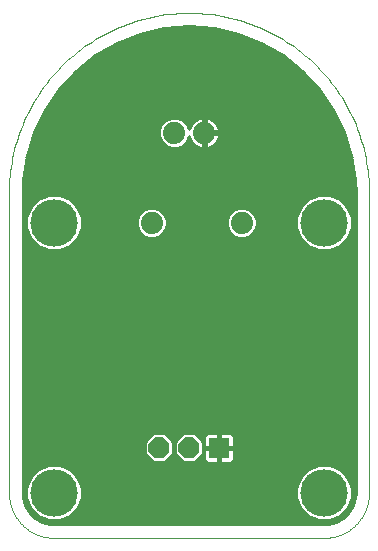
<source format=gbl>
G75*
%MOIN*%
%OFA0B0*%
%FSLAX25Y25*%
%IPPOS*%
%LPD*%
%AMOC8*
5,1,8,0,0,1.08239X$1,22.5*
%
%ADD10C,0.07400*%
%ADD11C,0.15811*%
%ADD12C,0.00000*%
%ADD13OC8,0.07000*%
%ADD14R,0.07000X0.07000*%
%ADD15C,0.01000*%
D10*
X0049000Y0106500D03*
X0056500Y0136500D03*
X0066500Y0136500D03*
X0079000Y0106500D03*
D11*
X0106500Y0106500D03*
X0106500Y0016500D03*
X0016500Y0016500D03*
X0016500Y0106500D03*
D12*
X0001500Y0116500D02*
X0001500Y0016500D01*
X0001504Y0016138D01*
X0001518Y0015775D01*
X0001539Y0015413D01*
X0001570Y0015052D01*
X0001609Y0014692D01*
X0001657Y0014333D01*
X0001714Y0013975D01*
X0001779Y0013618D01*
X0001853Y0013263D01*
X0001936Y0012910D01*
X0002027Y0012559D01*
X0002126Y0012211D01*
X0002234Y0011865D01*
X0002350Y0011521D01*
X0002475Y0011181D01*
X0002607Y0010844D01*
X0002748Y0010510D01*
X0002897Y0010179D01*
X0003054Y0009852D01*
X0003218Y0009529D01*
X0003390Y0009210D01*
X0003570Y0008896D01*
X0003758Y0008585D01*
X0003953Y0008280D01*
X0004155Y0007979D01*
X0004365Y0007683D01*
X0004581Y0007393D01*
X0004805Y0007107D01*
X0005035Y0006827D01*
X0005272Y0006553D01*
X0005516Y0006285D01*
X0005766Y0006022D01*
X0006022Y0005766D01*
X0006285Y0005516D01*
X0006553Y0005272D01*
X0006827Y0005035D01*
X0007107Y0004805D01*
X0007393Y0004581D01*
X0007683Y0004365D01*
X0007979Y0004155D01*
X0008280Y0003953D01*
X0008585Y0003758D01*
X0008896Y0003570D01*
X0009210Y0003390D01*
X0009529Y0003218D01*
X0009852Y0003054D01*
X0010179Y0002897D01*
X0010510Y0002748D01*
X0010844Y0002607D01*
X0011181Y0002475D01*
X0011521Y0002350D01*
X0011865Y0002234D01*
X0012211Y0002126D01*
X0012559Y0002027D01*
X0012910Y0001936D01*
X0013263Y0001853D01*
X0013618Y0001779D01*
X0013975Y0001714D01*
X0014333Y0001657D01*
X0014692Y0001609D01*
X0015052Y0001570D01*
X0015413Y0001539D01*
X0015775Y0001518D01*
X0016138Y0001504D01*
X0016500Y0001500D01*
X0106500Y0001500D01*
X0106862Y0001504D01*
X0107225Y0001518D01*
X0107587Y0001539D01*
X0107948Y0001570D01*
X0108308Y0001609D01*
X0108667Y0001657D01*
X0109025Y0001714D01*
X0109382Y0001779D01*
X0109737Y0001853D01*
X0110090Y0001936D01*
X0110441Y0002027D01*
X0110789Y0002126D01*
X0111135Y0002234D01*
X0111479Y0002350D01*
X0111819Y0002475D01*
X0112156Y0002607D01*
X0112490Y0002748D01*
X0112821Y0002897D01*
X0113148Y0003054D01*
X0113471Y0003218D01*
X0113790Y0003390D01*
X0114104Y0003570D01*
X0114415Y0003758D01*
X0114720Y0003953D01*
X0115021Y0004155D01*
X0115317Y0004365D01*
X0115607Y0004581D01*
X0115893Y0004805D01*
X0116173Y0005035D01*
X0116447Y0005272D01*
X0116715Y0005516D01*
X0116978Y0005766D01*
X0117234Y0006022D01*
X0117484Y0006285D01*
X0117728Y0006553D01*
X0117965Y0006827D01*
X0118195Y0007107D01*
X0118419Y0007393D01*
X0118635Y0007683D01*
X0118845Y0007979D01*
X0119047Y0008280D01*
X0119242Y0008585D01*
X0119430Y0008896D01*
X0119610Y0009210D01*
X0119782Y0009529D01*
X0119946Y0009852D01*
X0120103Y0010179D01*
X0120252Y0010510D01*
X0120393Y0010844D01*
X0120525Y0011181D01*
X0120650Y0011521D01*
X0120766Y0011865D01*
X0120874Y0012211D01*
X0120973Y0012559D01*
X0121064Y0012910D01*
X0121147Y0013263D01*
X0121221Y0013618D01*
X0121286Y0013975D01*
X0121343Y0014333D01*
X0121391Y0014692D01*
X0121430Y0015052D01*
X0121461Y0015413D01*
X0121482Y0015775D01*
X0121496Y0016138D01*
X0121500Y0016500D01*
X0121500Y0116500D01*
X0121482Y0117961D01*
X0121429Y0119421D01*
X0121340Y0120880D01*
X0121216Y0122336D01*
X0121056Y0123788D01*
X0120861Y0125236D01*
X0120630Y0126679D01*
X0120365Y0128116D01*
X0120065Y0129546D01*
X0119730Y0130968D01*
X0119360Y0132382D01*
X0118956Y0133786D01*
X0118518Y0135180D01*
X0118046Y0136563D01*
X0117541Y0137934D01*
X0117002Y0139292D01*
X0116431Y0140637D01*
X0115827Y0141967D01*
X0115191Y0143283D01*
X0114523Y0144582D01*
X0113823Y0145865D01*
X0113092Y0147130D01*
X0112331Y0148378D01*
X0111540Y0149606D01*
X0110719Y0150815D01*
X0109869Y0152003D01*
X0108990Y0153170D01*
X0108083Y0154316D01*
X0107148Y0155439D01*
X0106186Y0156539D01*
X0105198Y0157615D01*
X0104184Y0158667D01*
X0103144Y0159694D01*
X0102080Y0160695D01*
X0100992Y0161671D01*
X0099880Y0162619D01*
X0098746Y0163540D01*
X0097589Y0164433D01*
X0096412Y0165297D01*
X0095213Y0166133D01*
X0093994Y0166939D01*
X0092756Y0167716D01*
X0091500Y0168462D01*
X0090226Y0169177D01*
X0088935Y0169861D01*
X0087627Y0170513D01*
X0086304Y0171133D01*
X0084966Y0171721D01*
X0083615Y0172276D01*
X0082250Y0172798D01*
X0080873Y0173286D01*
X0079484Y0173741D01*
X0078085Y0174162D01*
X0076676Y0174549D01*
X0075258Y0174901D01*
X0073832Y0175219D01*
X0072398Y0175502D01*
X0070958Y0175750D01*
X0069513Y0175963D01*
X0068062Y0176140D01*
X0066608Y0176282D01*
X0065151Y0176389D01*
X0063691Y0176460D01*
X0062231Y0176496D01*
X0060769Y0176496D01*
X0059309Y0176460D01*
X0057849Y0176389D01*
X0056392Y0176282D01*
X0054938Y0176140D01*
X0053487Y0175963D01*
X0052042Y0175750D01*
X0050602Y0175502D01*
X0049168Y0175219D01*
X0047742Y0174901D01*
X0046324Y0174549D01*
X0044915Y0174162D01*
X0043516Y0173741D01*
X0042127Y0173286D01*
X0040750Y0172798D01*
X0039385Y0172276D01*
X0038034Y0171721D01*
X0036696Y0171133D01*
X0035373Y0170513D01*
X0034065Y0169861D01*
X0032774Y0169177D01*
X0031500Y0168462D01*
X0030244Y0167716D01*
X0029006Y0166939D01*
X0027787Y0166133D01*
X0026588Y0165297D01*
X0025411Y0164433D01*
X0024254Y0163540D01*
X0023120Y0162619D01*
X0022008Y0161671D01*
X0020920Y0160695D01*
X0019856Y0159694D01*
X0018816Y0158667D01*
X0017802Y0157615D01*
X0016814Y0156539D01*
X0015852Y0155439D01*
X0014917Y0154316D01*
X0014010Y0153170D01*
X0013131Y0152003D01*
X0012281Y0150815D01*
X0011460Y0149606D01*
X0010669Y0148378D01*
X0009908Y0147130D01*
X0009177Y0145865D01*
X0008477Y0144582D01*
X0007809Y0143283D01*
X0007173Y0141967D01*
X0006569Y0140637D01*
X0005998Y0139292D01*
X0005459Y0137934D01*
X0004954Y0136563D01*
X0004482Y0135180D01*
X0004044Y0133786D01*
X0003640Y0132382D01*
X0003270Y0130968D01*
X0002935Y0129546D01*
X0002635Y0128116D01*
X0002370Y0126679D01*
X0002139Y0125236D01*
X0001944Y0123788D01*
X0001784Y0122336D01*
X0001660Y0120880D01*
X0001571Y0119421D01*
X0001518Y0117961D01*
X0001500Y0116500D01*
D13*
X0051500Y0031500D03*
X0061500Y0031500D03*
D14*
X0071500Y0031500D03*
D15*
X0008170Y0010108D02*
X0006799Y0012482D01*
X0006090Y0015129D01*
X0006000Y0016500D01*
X0006000Y0116500D01*
X0006155Y0120648D01*
X0007391Y0128850D01*
X0009836Y0136776D01*
X0013436Y0144250D01*
X0018108Y0151104D01*
X0023750Y0157184D01*
X0030236Y0162356D01*
X0037419Y0166504D01*
X0045141Y0169534D01*
X0053228Y0171380D01*
X0061500Y0172000D01*
X0069772Y0171380D01*
X0077859Y0169534D01*
X0085581Y0166504D01*
X0092764Y0162356D01*
X0099250Y0157184D01*
X0104892Y0151104D01*
X0109564Y0144250D01*
X0113163Y0136776D01*
X0115609Y0128850D01*
X0116845Y0120648D01*
X0117000Y0116500D01*
X0117000Y0016500D01*
X0116910Y0015129D01*
X0116201Y0012482D01*
X0114830Y0010108D01*
X0112892Y0008170D01*
X0110518Y0006799D01*
X0107871Y0006090D01*
X0106500Y0006000D01*
X0016500Y0006000D01*
X0015129Y0006090D01*
X0012482Y0006799D01*
X0010108Y0008170D01*
X0008170Y0010108D01*
X0007951Y0010487D02*
X0009495Y0010487D01*
X0008696Y0011285D02*
X0011285Y0008696D01*
X0014669Y0007294D01*
X0018331Y0007294D01*
X0021714Y0008696D01*
X0024304Y0011285D01*
X0025705Y0014669D01*
X0025705Y0018331D01*
X0024304Y0021714D01*
X0021714Y0024304D01*
X0018331Y0025705D01*
X0014669Y0025705D01*
X0011285Y0024304D01*
X0008696Y0021714D01*
X0007294Y0018331D01*
X0007294Y0014669D01*
X0008696Y0011285D01*
X0008613Y0011485D02*
X0007375Y0011485D01*
X0006799Y0012484D02*
X0008200Y0012484D01*
X0007786Y0013482D02*
X0006531Y0013482D01*
X0006264Y0014481D02*
X0007372Y0014481D01*
X0007294Y0015479D02*
X0006067Y0015479D01*
X0006001Y0016478D02*
X0007294Y0016478D01*
X0007294Y0017476D02*
X0006000Y0017476D01*
X0006000Y0018475D02*
X0007354Y0018475D01*
X0007768Y0019473D02*
X0006000Y0019473D01*
X0006000Y0020472D02*
X0008181Y0020472D01*
X0008595Y0021470D02*
X0006000Y0021470D01*
X0006000Y0022469D02*
X0009450Y0022469D01*
X0010449Y0023467D02*
X0006000Y0023467D01*
X0006000Y0024466D02*
X0011676Y0024466D01*
X0014087Y0025464D02*
X0006000Y0025464D01*
X0006000Y0026463D02*
X0117000Y0026463D01*
X0117000Y0027461D02*
X0076409Y0027461D01*
X0076398Y0027421D02*
X0076500Y0027803D01*
X0076500Y0031114D01*
X0071886Y0031114D01*
X0071886Y0031886D01*
X0076500Y0031886D01*
X0076500Y0035197D01*
X0076398Y0035579D01*
X0076200Y0035921D01*
X0075921Y0036200D01*
X0075579Y0036398D01*
X0075197Y0036500D01*
X0071886Y0036500D01*
X0071886Y0031886D01*
X0071114Y0031886D01*
X0071114Y0036500D01*
X0067803Y0036500D01*
X0067421Y0036398D01*
X0067079Y0036200D01*
X0066800Y0035921D01*
X0066602Y0035579D01*
X0066500Y0035197D01*
X0066500Y0031886D01*
X0071114Y0031886D01*
X0071114Y0031114D01*
X0071886Y0031114D01*
X0071886Y0026500D01*
X0075197Y0026500D01*
X0075579Y0026602D01*
X0075921Y0026800D01*
X0076200Y0027079D01*
X0076398Y0027421D01*
X0076500Y0028460D02*
X0117000Y0028460D01*
X0117000Y0029458D02*
X0076500Y0029458D01*
X0076500Y0030457D02*
X0117000Y0030457D01*
X0117000Y0031455D02*
X0071886Y0031455D01*
X0071114Y0031455D02*
X0066300Y0031455D01*
X0066500Y0031114D02*
X0066500Y0027803D01*
X0066602Y0027421D01*
X0066800Y0027079D01*
X0067079Y0026800D01*
X0067421Y0026602D01*
X0067803Y0026500D01*
X0071114Y0026500D01*
X0071114Y0031114D01*
X0066500Y0031114D01*
X0066500Y0030457D02*
X0066300Y0030457D01*
X0066300Y0029512D02*
X0063488Y0026700D01*
X0059512Y0026700D01*
X0056700Y0029512D01*
X0056700Y0033488D01*
X0059512Y0036300D01*
X0063488Y0036300D01*
X0066300Y0033488D01*
X0066300Y0029512D01*
X0066247Y0029458D02*
X0066500Y0029458D01*
X0066500Y0028460D02*
X0065248Y0028460D01*
X0064250Y0027461D02*
X0066591Y0027461D01*
X0071114Y0027461D02*
X0071886Y0027461D01*
X0071886Y0028460D02*
X0071114Y0028460D01*
X0071114Y0029458D02*
X0071886Y0029458D01*
X0071886Y0030457D02*
X0071114Y0030457D01*
X0071114Y0032454D02*
X0071886Y0032454D01*
X0071886Y0033452D02*
X0071114Y0033452D01*
X0071114Y0034451D02*
X0071886Y0034451D01*
X0071886Y0035449D02*
X0071114Y0035449D01*
X0071114Y0036448D02*
X0071886Y0036448D01*
X0075392Y0036448D02*
X0117000Y0036448D01*
X0117000Y0037446D02*
X0006000Y0037446D01*
X0006000Y0036448D02*
X0067608Y0036448D01*
X0066568Y0035449D02*
X0064339Y0035449D01*
X0065337Y0034451D02*
X0066500Y0034451D01*
X0066500Y0033452D02*
X0066300Y0033452D01*
X0066300Y0032454D02*
X0066500Y0032454D01*
X0058661Y0035449D02*
X0054339Y0035449D01*
X0053488Y0036300D02*
X0049512Y0036300D01*
X0046700Y0033488D01*
X0046700Y0029512D01*
X0049512Y0026700D01*
X0053488Y0026700D01*
X0056300Y0029512D01*
X0056300Y0033488D01*
X0053488Y0036300D01*
X0055337Y0034451D02*
X0057663Y0034451D01*
X0056700Y0033452D02*
X0056300Y0033452D01*
X0056300Y0032454D02*
X0056700Y0032454D01*
X0056700Y0031455D02*
X0056300Y0031455D01*
X0056300Y0030457D02*
X0056700Y0030457D01*
X0056753Y0029458D02*
X0056247Y0029458D01*
X0055248Y0028460D02*
X0057752Y0028460D01*
X0058750Y0027461D02*
X0054250Y0027461D01*
X0048750Y0027461D02*
X0006000Y0027461D01*
X0006000Y0028460D02*
X0047752Y0028460D01*
X0046753Y0029458D02*
X0006000Y0029458D01*
X0006000Y0030457D02*
X0046700Y0030457D01*
X0046700Y0031455D02*
X0006000Y0031455D01*
X0006000Y0032454D02*
X0046700Y0032454D01*
X0046700Y0033452D02*
X0006000Y0033452D01*
X0006000Y0034451D02*
X0047663Y0034451D01*
X0048661Y0035449D02*
X0006000Y0035449D01*
X0006000Y0038445D02*
X0117000Y0038445D01*
X0117000Y0039443D02*
X0006000Y0039443D01*
X0006000Y0040442D02*
X0117000Y0040442D01*
X0117000Y0041440D02*
X0006000Y0041440D01*
X0006000Y0042439D02*
X0117000Y0042439D01*
X0117000Y0043437D02*
X0006000Y0043437D01*
X0006000Y0044436D02*
X0117000Y0044436D01*
X0117000Y0045434D02*
X0006000Y0045434D01*
X0006000Y0046433D02*
X0117000Y0046433D01*
X0117000Y0047432D02*
X0006000Y0047432D01*
X0006000Y0048430D02*
X0117000Y0048430D01*
X0117000Y0049429D02*
X0006000Y0049429D01*
X0006000Y0050427D02*
X0117000Y0050427D01*
X0117000Y0051426D02*
X0006000Y0051426D01*
X0006000Y0052424D02*
X0117000Y0052424D01*
X0117000Y0053423D02*
X0006000Y0053423D01*
X0006000Y0054421D02*
X0117000Y0054421D01*
X0117000Y0055420D02*
X0006000Y0055420D01*
X0006000Y0056418D02*
X0117000Y0056418D01*
X0117000Y0057417D02*
X0006000Y0057417D01*
X0006000Y0058415D02*
X0117000Y0058415D01*
X0117000Y0059414D02*
X0006000Y0059414D01*
X0006000Y0060412D02*
X0117000Y0060412D01*
X0117000Y0061411D02*
X0006000Y0061411D01*
X0006000Y0062409D02*
X0117000Y0062409D01*
X0117000Y0063408D02*
X0006000Y0063408D01*
X0006000Y0064406D02*
X0117000Y0064406D01*
X0117000Y0065405D02*
X0006000Y0065405D01*
X0006000Y0066403D02*
X0117000Y0066403D01*
X0117000Y0067402D02*
X0006000Y0067402D01*
X0006000Y0068400D02*
X0117000Y0068400D01*
X0117000Y0069399D02*
X0006000Y0069399D01*
X0006000Y0070397D02*
X0117000Y0070397D01*
X0117000Y0071396D02*
X0006000Y0071396D01*
X0006000Y0072394D02*
X0117000Y0072394D01*
X0117000Y0073393D02*
X0006000Y0073393D01*
X0006000Y0074391D02*
X0117000Y0074391D01*
X0117000Y0075390D02*
X0006000Y0075390D01*
X0006000Y0076388D02*
X0117000Y0076388D01*
X0117000Y0077387D02*
X0006000Y0077387D01*
X0006000Y0078385D02*
X0117000Y0078385D01*
X0117000Y0079384D02*
X0006000Y0079384D01*
X0006000Y0080382D02*
X0117000Y0080382D01*
X0117000Y0081381D02*
X0006000Y0081381D01*
X0006000Y0082379D02*
X0117000Y0082379D01*
X0117000Y0083378D02*
X0006000Y0083378D01*
X0006000Y0084376D02*
X0117000Y0084376D01*
X0117000Y0085375D02*
X0006000Y0085375D01*
X0006000Y0086373D02*
X0117000Y0086373D01*
X0117000Y0087372D02*
X0006000Y0087372D01*
X0006000Y0088370D02*
X0117000Y0088370D01*
X0117000Y0089369D02*
X0006000Y0089369D01*
X0006000Y0090368D02*
X0117000Y0090368D01*
X0117000Y0091366D02*
X0006000Y0091366D01*
X0006000Y0092365D02*
X0117000Y0092365D01*
X0117000Y0093363D02*
X0006000Y0093363D01*
X0006000Y0094362D02*
X0117000Y0094362D01*
X0117000Y0095360D02*
X0006000Y0095360D01*
X0006000Y0096359D02*
X0117000Y0096359D01*
X0117000Y0097357D02*
X0108482Y0097357D01*
X0108331Y0097294D02*
X0111714Y0098696D01*
X0114304Y0101285D01*
X0115705Y0104669D01*
X0115705Y0108331D01*
X0114304Y0111714D01*
X0111714Y0114304D01*
X0108331Y0115705D01*
X0104669Y0115705D01*
X0101285Y0114304D01*
X0098696Y0111714D01*
X0097294Y0108331D01*
X0097294Y0104669D01*
X0098696Y0101285D01*
X0101285Y0098696D01*
X0104669Y0097294D01*
X0108331Y0097294D01*
X0110893Y0098356D02*
X0117000Y0098356D01*
X0117000Y0099354D02*
X0112373Y0099354D01*
X0113371Y0100353D02*
X0117000Y0100353D01*
X0117000Y0101351D02*
X0114331Y0101351D01*
X0114745Y0102350D02*
X0117000Y0102350D01*
X0117000Y0103348D02*
X0115158Y0103348D01*
X0115572Y0104347D02*
X0117000Y0104347D01*
X0117000Y0105345D02*
X0115705Y0105345D01*
X0115705Y0106344D02*
X0117000Y0106344D01*
X0117000Y0107342D02*
X0115705Y0107342D01*
X0115702Y0108341D02*
X0117000Y0108341D01*
X0117000Y0109339D02*
X0115288Y0109339D01*
X0114874Y0110338D02*
X0117000Y0110338D01*
X0117000Y0111336D02*
X0114461Y0111336D01*
X0113684Y0112335D02*
X0117000Y0112335D01*
X0117000Y0113333D02*
X0112685Y0113333D01*
X0111648Y0114332D02*
X0117000Y0114332D01*
X0117000Y0115330D02*
X0109237Y0115330D01*
X0103763Y0115330D02*
X0019237Y0115330D01*
X0018331Y0115705D02*
X0014669Y0115705D01*
X0011285Y0114304D01*
X0008696Y0111714D01*
X0007294Y0108331D01*
X0007294Y0104669D01*
X0008696Y0101285D01*
X0011285Y0098696D01*
X0014669Y0097294D01*
X0018331Y0097294D01*
X0021714Y0098696D01*
X0024304Y0101285D01*
X0025705Y0104669D01*
X0025705Y0108331D01*
X0024304Y0111714D01*
X0021714Y0114304D01*
X0018331Y0115705D01*
X0021648Y0114332D02*
X0101352Y0114332D01*
X0100315Y0113333D02*
X0022685Y0113333D01*
X0023684Y0112335D02*
X0099316Y0112335D01*
X0098539Y0111336D02*
X0080390Y0111336D01*
X0079995Y0111500D02*
X0078005Y0111500D01*
X0076168Y0110739D01*
X0074761Y0109332D01*
X0074000Y0107495D01*
X0074000Y0105505D01*
X0074761Y0103668D01*
X0076168Y0102261D01*
X0078005Y0101500D01*
X0079995Y0101500D01*
X0081832Y0102261D01*
X0083239Y0103668D01*
X0084000Y0105505D01*
X0084000Y0107495D01*
X0083239Y0109332D01*
X0081832Y0110739D01*
X0079995Y0111500D01*
X0082233Y0110338D02*
X0098126Y0110338D01*
X0097712Y0109339D02*
X0083232Y0109339D01*
X0083650Y0108341D02*
X0097298Y0108341D01*
X0097294Y0107342D02*
X0084000Y0107342D01*
X0084000Y0106344D02*
X0097294Y0106344D01*
X0097294Y0105345D02*
X0083934Y0105345D01*
X0083520Y0104347D02*
X0097428Y0104347D01*
X0097842Y0103348D02*
X0082919Y0103348D01*
X0081921Y0102350D02*
X0098255Y0102350D01*
X0098669Y0101351D02*
X0024331Y0101351D01*
X0024745Y0102350D02*
X0046079Y0102350D01*
X0046168Y0102261D02*
X0048005Y0101500D01*
X0049995Y0101500D01*
X0051832Y0102261D01*
X0053239Y0103668D01*
X0054000Y0105505D01*
X0054000Y0107495D01*
X0053239Y0109332D01*
X0051832Y0110739D01*
X0049995Y0111500D01*
X0048005Y0111500D01*
X0046168Y0110739D01*
X0044761Y0109332D01*
X0044000Y0107495D01*
X0044000Y0105505D01*
X0044761Y0103668D01*
X0046168Y0102261D01*
X0045081Y0103348D02*
X0025158Y0103348D01*
X0025572Y0104347D02*
X0044480Y0104347D01*
X0044066Y0105345D02*
X0025705Y0105345D01*
X0025705Y0106344D02*
X0044000Y0106344D01*
X0044000Y0107342D02*
X0025705Y0107342D01*
X0025702Y0108341D02*
X0044350Y0108341D01*
X0044768Y0109339D02*
X0025288Y0109339D01*
X0024874Y0110338D02*
X0045767Y0110338D01*
X0047610Y0111336D02*
X0024461Y0111336D01*
X0023371Y0100353D02*
X0099629Y0100353D01*
X0100627Y0099354D02*
X0022373Y0099354D01*
X0020893Y0098356D02*
X0102107Y0098356D01*
X0104518Y0097357D02*
X0018482Y0097357D01*
X0014518Y0097357D02*
X0006000Y0097357D01*
X0006000Y0098356D02*
X0012107Y0098356D01*
X0010627Y0099354D02*
X0006000Y0099354D01*
X0006000Y0100353D02*
X0009629Y0100353D01*
X0008669Y0101351D02*
X0006000Y0101351D01*
X0006000Y0102350D02*
X0008255Y0102350D01*
X0007842Y0103348D02*
X0006000Y0103348D01*
X0006000Y0104347D02*
X0007428Y0104347D01*
X0007294Y0105345D02*
X0006000Y0105345D01*
X0006000Y0106344D02*
X0007294Y0106344D01*
X0007294Y0107342D02*
X0006000Y0107342D01*
X0006000Y0108341D02*
X0007298Y0108341D01*
X0007712Y0109339D02*
X0006000Y0109339D01*
X0006000Y0110338D02*
X0008126Y0110338D01*
X0008539Y0111336D02*
X0006000Y0111336D01*
X0006000Y0112335D02*
X0009316Y0112335D01*
X0010315Y0113333D02*
X0006000Y0113333D01*
X0006000Y0114332D02*
X0011352Y0114332D01*
X0013763Y0115330D02*
X0006000Y0115330D01*
X0006000Y0116329D02*
X0117000Y0116329D01*
X0116969Y0117327D02*
X0006031Y0117327D01*
X0006068Y0118326D02*
X0116932Y0118326D01*
X0116894Y0119324D02*
X0006106Y0119324D01*
X0006143Y0120323D02*
X0116857Y0120323D01*
X0116743Y0121321D02*
X0006257Y0121321D01*
X0006407Y0122320D02*
X0116593Y0122320D01*
X0116442Y0123318D02*
X0006558Y0123318D01*
X0006708Y0124317D02*
X0116292Y0124317D01*
X0116141Y0125315D02*
X0006859Y0125315D01*
X0007009Y0126314D02*
X0115991Y0126314D01*
X0115840Y0127312D02*
X0007160Y0127312D01*
X0007310Y0128311D02*
X0115690Y0128311D01*
X0115467Y0129309D02*
X0007533Y0129309D01*
X0007841Y0130308D02*
X0115159Y0130308D01*
X0114851Y0131306D02*
X0008149Y0131306D01*
X0008457Y0132305D02*
X0053624Y0132305D01*
X0053668Y0132261D02*
X0055505Y0131500D01*
X0057495Y0131500D01*
X0059332Y0132261D01*
X0060739Y0133668D01*
X0061422Y0135318D01*
X0061428Y0135282D01*
X0061681Y0134504D01*
X0062053Y0133775D01*
X0062534Y0133112D01*
X0063112Y0132534D01*
X0063775Y0132053D01*
X0064504Y0131681D01*
X0065282Y0131428D01*
X0066000Y0131314D01*
X0066000Y0136000D01*
X0067000Y0136000D01*
X0067000Y0137000D01*
X0066000Y0137000D01*
X0066000Y0141686D01*
X0065282Y0141572D01*
X0064504Y0141319D01*
X0063775Y0140947D01*
X0063112Y0140466D01*
X0062534Y0139888D01*
X0062053Y0139225D01*
X0061681Y0138496D01*
X0061428Y0137718D01*
X0061422Y0137682D01*
X0060739Y0139332D01*
X0059332Y0140739D01*
X0057495Y0141500D01*
X0055505Y0141500D01*
X0053668Y0140739D01*
X0052261Y0139332D01*
X0051500Y0137495D01*
X0051500Y0135505D01*
X0052261Y0133668D01*
X0053668Y0132261D01*
X0052625Y0133303D02*
X0008765Y0133303D01*
X0009073Y0134302D02*
X0051998Y0134302D01*
X0051585Y0135301D02*
X0009381Y0135301D01*
X0009689Y0136299D02*
X0051500Y0136299D01*
X0051500Y0137298D02*
X0010087Y0137298D01*
X0010568Y0138296D02*
X0051832Y0138296D01*
X0052246Y0139295D02*
X0011049Y0139295D01*
X0011530Y0140293D02*
X0053222Y0140293D01*
X0055002Y0141292D02*
X0012011Y0141292D01*
X0012492Y0142290D02*
X0110508Y0142290D01*
X0110027Y0143289D02*
X0012973Y0143289D01*
X0013461Y0144287D02*
X0109539Y0144287D01*
X0108858Y0145286D02*
X0014142Y0145286D01*
X0014822Y0146284D02*
X0108178Y0146284D01*
X0107497Y0147283D02*
X0015503Y0147283D01*
X0016184Y0148281D02*
X0106816Y0148281D01*
X0106135Y0149280D02*
X0016865Y0149280D01*
X0017546Y0150278D02*
X0105454Y0150278D01*
X0104731Y0151277D02*
X0018269Y0151277D01*
X0019195Y0152275D02*
X0103805Y0152275D01*
X0102878Y0153274D02*
X0020122Y0153274D01*
X0021048Y0154272D02*
X0101952Y0154272D01*
X0101025Y0155271D02*
X0021975Y0155271D01*
X0022901Y0156269D02*
X0100099Y0156269D01*
X0099145Y0157268D02*
X0023855Y0157268D01*
X0025107Y0158266D02*
X0097893Y0158266D01*
X0096641Y0159265D02*
X0026359Y0159265D01*
X0027611Y0160263D02*
X0095389Y0160263D01*
X0094137Y0161262D02*
X0028863Y0161262D01*
X0030115Y0162260D02*
X0092885Y0162260D01*
X0091201Y0163259D02*
X0031799Y0163259D01*
X0033529Y0164257D02*
X0089471Y0164257D01*
X0087742Y0165256D02*
X0035258Y0165256D01*
X0036987Y0166254D02*
X0086013Y0166254D01*
X0083672Y0167253D02*
X0039328Y0167253D01*
X0041872Y0168251D02*
X0081128Y0168251D01*
X0078584Y0169250D02*
X0044416Y0169250D01*
X0048270Y0170248D02*
X0074730Y0170248D01*
X0070355Y0171247D02*
X0052645Y0171247D01*
X0057998Y0141292D02*
X0064450Y0141292D01*
X0066000Y0141292D02*
X0067000Y0141292D01*
X0067000Y0141686D02*
X0067000Y0137000D01*
X0071686Y0137000D01*
X0071572Y0137718D01*
X0071319Y0138496D01*
X0070947Y0139225D01*
X0070466Y0139888D01*
X0069888Y0140466D01*
X0069225Y0140947D01*
X0068496Y0141319D01*
X0067718Y0141572D01*
X0067000Y0141686D01*
X0067000Y0140293D02*
X0066000Y0140293D01*
X0066000Y0139295D02*
X0067000Y0139295D01*
X0067000Y0138296D02*
X0066000Y0138296D01*
X0066000Y0137298D02*
X0067000Y0137298D01*
X0067000Y0136299D02*
X0113311Y0136299D01*
X0113619Y0135301D02*
X0071575Y0135301D01*
X0071572Y0135282D02*
X0071686Y0136000D01*
X0067000Y0136000D01*
X0067000Y0131314D01*
X0067718Y0131428D01*
X0068496Y0131681D01*
X0069225Y0132053D01*
X0069888Y0132534D01*
X0070466Y0133112D01*
X0070947Y0133775D01*
X0071319Y0134504D01*
X0071572Y0135282D01*
X0071216Y0134302D02*
X0113927Y0134302D01*
X0114235Y0133303D02*
X0070605Y0133303D01*
X0069573Y0132305D02*
X0114543Y0132305D01*
X0112913Y0137298D02*
X0071638Y0137298D01*
X0071384Y0138296D02*
X0112432Y0138296D01*
X0111951Y0139295D02*
X0070897Y0139295D01*
X0070061Y0140293D02*
X0111470Y0140293D01*
X0110989Y0141292D02*
X0068550Y0141292D01*
X0067000Y0135301D02*
X0066000Y0135301D01*
X0066000Y0134302D02*
X0067000Y0134302D01*
X0067000Y0133303D02*
X0066000Y0133303D01*
X0066000Y0132305D02*
X0067000Y0132305D01*
X0063427Y0132305D02*
X0059376Y0132305D01*
X0060375Y0133303D02*
X0062395Y0133303D01*
X0061784Y0134302D02*
X0061002Y0134302D01*
X0061415Y0135301D02*
X0061425Y0135301D01*
X0061616Y0138296D02*
X0061168Y0138296D01*
X0060754Y0139295D02*
X0062103Y0139295D01*
X0062939Y0140293D02*
X0059778Y0140293D01*
X0050390Y0111336D02*
X0077610Y0111336D01*
X0075767Y0110338D02*
X0052233Y0110338D01*
X0053232Y0109339D02*
X0074768Y0109339D01*
X0074350Y0108341D02*
X0053650Y0108341D01*
X0054000Y0107342D02*
X0074000Y0107342D01*
X0074000Y0106344D02*
X0054000Y0106344D01*
X0053934Y0105345D02*
X0074066Y0105345D01*
X0074480Y0104347D02*
X0053520Y0104347D01*
X0052919Y0103348D02*
X0075081Y0103348D01*
X0076079Y0102350D02*
X0051921Y0102350D01*
X0076432Y0035449D02*
X0117000Y0035449D01*
X0117000Y0034451D02*
X0076500Y0034451D01*
X0076500Y0033452D02*
X0117000Y0033452D01*
X0117000Y0032454D02*
X0076500Y0032454D01*
X0098696Y0021714D02*
X0097294Y0018331D01*
X0097294Y0014669D01*
X0098696Y0011285D01*
X0101285Y0008696D01*
X0104669Y0007294D01*
X0108331Y0007294D01*
X0111714Y0008696D01*
X0114304Y0011285D01*
X0115705Y0014669D01*
X0115705Y0018331D01*
X0114304Y0021714D01*
X0111714Y0024304D01*
X0108331Y0025705D01*
X0104669Y0025705D01*
X0101285Y0024304D01*
X0098696Y0021714D01*
X0098595Y0021470D02*
X0024405Y0021470D01*
X0024819Y0020472D02*
X0098181Y0020472D01*
X0097768Y0019473D02*
X0025232Y0019473D01*
X0025646Y0018475D02*
X0097354Y0018475D01*
X0097294Y0017476D02*
X0025705Y0017476D01*
X0025705Y0016478D02*
X0097294Y0016478D01*
X0097294Y0015479D02*
X0025705Y0015479D01*
X0025628Y0014481D02*
X0097372Y0014481D01*
X0097786Y0013482D02*
X0025214Y0013482D01*
X0024800Y0012484D02*
X0098200Y0012484D01*
X0098613Y0011485D02*
X0024387Y0011485D01*
X0023505Y0010487D02*
X0099495Y0010487D01*
X0100493Y0009488D02*
X0022507Y0009488D01*
X0021216Y0008490D02*
X0101784Y0008490D01*
X0104194Y0007491D02*
X0018806Y0007491D01*
X0014194Y0007491D02*
X0011284Y0007491D01*
X0011784Y0008490D02*
X0009788Y0008490D01*
X0010493Y0009488D02*
X0008790Y0009488D01*
X0013626Y0006493D02*
X0109374Y0006493D01*
X0108806Y0007491D02*
X0111716Y0007491D01*
X0111216Y0008490D02*
X0113212Y0008490D01*
X0112507Y0009488D02*
X0114210Y0009488D01*
X0113505Y0010487D02*
X0115049Y0010487D01*
X0115625Y0011485D02*
X0114387Y0011485D01*
X0114800Y0012484D02*
X0116201Y0012484D01*
X0116469Y0013482D02*
X0115214Y0013482D01*
X0115628Y0014481D02*
X0116736Y0014481D01*
X0116933Y0015479D02*
X0115705Y0015479D01*
X0115705Y0016478D02*
X0116999Y0016478D01*
X0117000Y0017476D02*
X0115705Y0017476D01*
X0115646Y0018475D02*
X0117000Y0018475D01*
X0117000Y0019473D02*
X0115232Y0019473D01*
X0114819Y0020472D02*
X0117000Y0020472D01*
X0117000Y0021470D02*
X0114405Y0021470D01*
X0113550Y0022469D02*
X0117000Y0022469D01*
X0117000Y0023467D02*
X0112551Y0023467D01*
X0111324Y0024466D02*
X0117000Y0024466D01*
X0117000Y0025464D02*
X0108913Y0025464D01*
X0104087Y0025464D02*
X0018913Y0025464D01*
X0021324Y0024466D02*
X0101676Y0024466D01*
X0100449Y0023467D02*
X0022551Y0023467D01*
X0023550Y0022469D02*
X0099450Y0022469D01*
M02*

</source>
